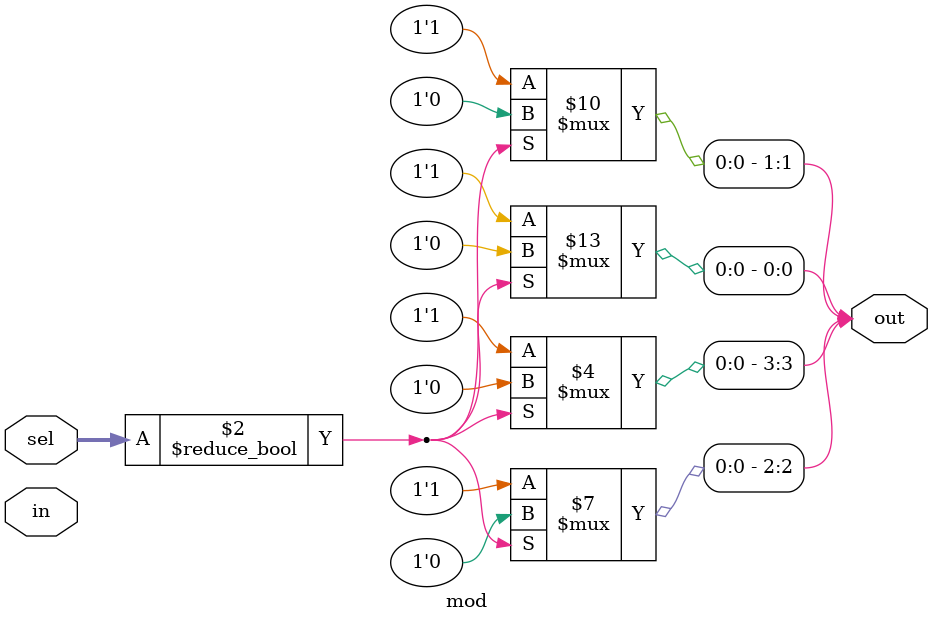
<source format=sv>
module mod #(parameter KRATOS_INSTANCE_ID = 32'h0)
(
  input logic [3:0] in,
  output logic [3:0] out,
  input logic [3:0] sel
);

always_comb begin
  if (sel) begin
    out = 4'h0;
  end
  else begin
    out[0] = 1'h1;
    out[1] = 1'h1;
    out[2] = 1'h1;
    out[3] = 1'h1;
  end
end
endmodule   // mod


</source>
